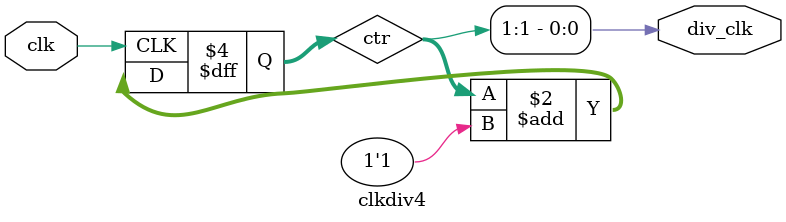
<source format=sv>
`include "sm83.sv"
`include "ppu.sv"

typedef enum logic [15:0] {
    ROM     = 16'b0xxx_xxxx_xxxx_xxxx,
    VRAM    = 16'b100x_xxxx_xxxx_xxxx,
    WRAM    = 16'b110x_xxxx_xxxx_xxxx,
    HRAM    = 16'b1111_1111_1xxx_xxxx,
    PPU_REG = 16'hff4x
} mem_mask;

module top(
    input wire rst,
    input wire clk,
    output reg [14:0] rom_addr,
    input wire [7:0] rom_data
);
    wire clk_cpu;
    clkdiv4 clk_cpu_div (
        .clk(clk),
        .div_clk(clk_cpu)
    );

    reg [7:0] bus_out;
    sm83 cpu (
        .clk(clk_cpu),
        .rst(rst),
        .d_in(bus_out)
    );

    reg ppu_reg_write;
    ppu_ctrl ppu_reg (
        .clk(clk),
        .reg_addr(cpu.addr[3:0]),
        .reg_in(cpu.d_out),
        .reg_write(ppu_reg_write),
        .ly(ppu.ly)
    );

    ppu_engine ppu (
        .clk(clk),
        .lcdc(ppu_reg.lcdc)
    );

    reg clk_ram;
    assign clk_ram = ~clk_cpu;

    reg hram_write;
    reg [7:0] hram_in;
    ram #(.D(7)) hram (
        .clk(clk_ram),
        .addr(cpu.addr[6:0]),
        .d_in(hram_in),
        .write(hram_write)
    );

    always_comb begin
        bus_out = 'x;
        rom_addr = 'x;
        hram_write = 0;
        hram_in = 'x;
        casex (cpu.addr)
            HRAM: begin bus_out = hram.d_out; hram_write = cpu.write; hram_in = cpu.d_out; end
            ROM: begin rom_addr = cpu.addr; bus_out = rom_data; end
            PPU_REG: begin bus_out = ppu_reg.reg_out; ppu_reg_write = cpu.write; end
        endcase
    end
endmodule

module ram #(parameter D = 8) (
    input wire clk,
    input wire [(D-1):0] addr,
    input wire write,
    input byte d_in,
    output byte d_out
);
    localparam BYTES = 1 << D;
    reg [7:0] mem [0:BYTES-1];
    always_ff @(posedge clk) begin
        d_out <= mem[addr];
        if (write) mem[addr] <= d_in;
    end
endmodule

module clkdiv4(
    input wire clk,
    output wire div_clk
);
    reg [1:0] ctr;
    initial ctr = 0;
    always_ff @(posedge clk) ctr <= ctr + 1'b1;
    assign div_clk = ctr[1];
endmodule
</source>
